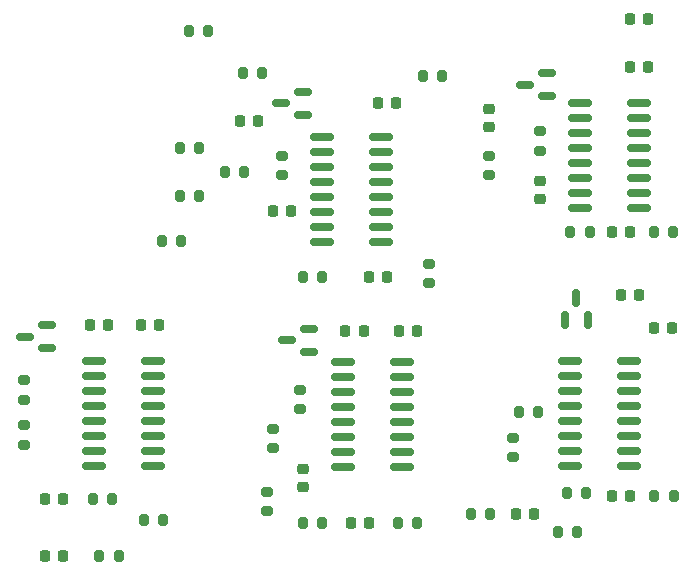
<source format=gbr>
%TF.GenerationSoftware,KiCad,Pcbnew,7.0.1-0*%
%TF.CreationDate,2023-09-14T23:18:32-07:00*%
%TF.ProjectId,HX-board,48582d62-6f61-4726-942e-6b696361645f,rev?*%
%TF.SameCoordinates,Original*%
%TF.FileFunction,Paste,Top*%
%TF.FilePolarity,Positive*%
%FSLAX46Y46*%
G04 Gerber Fmt 4.6, Leading zero omitted, Abs format (unit mm)*
G04 Created by KiCad (PCBNEW 7.0.1-0) date 2023-09-14 23:18:32*
%MOMM*%
%LPD*%
G01*
G04 APERTURE LIST*
G04 Aperture macros list*
%AMRoundRect*
0 Rectangle with rounded corners*
0 $1 Rounding radius*
0 $2 $3 $4 $5 $6 $7 $8 $9 X,Y pos of 4 corners*
0 Add a 4 corners polygon primitive as box body*
4,1,4,$2,$3,$4,$5,$6,$7,$8,$9,$2,$3,0*
0 Add four circle primitives for the rounded corners*
1,1,$1+$1,$2,$3*
1,1,$1+$1,$4,$5*
1,1,$1+$1,$6,$7*
1,1,$1+$1,$8,$9*
0 Add four rect primitives between the rounded corners*
20,1,$1+$1,$2,$3,$4,$5,0*
20,1,$1+$1,$4,$5,$6,$7,0*
20,1,$1+$1,$6,$7,$8,$9,0*
20,1,$1+$1,$8,$9,$2,$3,0*%
G04 Aperture macros list end*
%ADD10RoundRect,0.225000X0.225000X0.250000X-0.225000X0.250000X-0.225000X-0.250000X0.225000X-0.250000X0*%
%ADD11RoundRect,0.200000X-0.200000X-0.275000X0.200000X-0.275000X0.200000X0.275000X-0.200000X0.275000X0*%
%ADD12RoundRect,0.200000X0.200000X0.275000X-0.200000X0.275000X-0.200000X-0.275000X0.200000X-0.275000X0*%
%ADD13RoundRect,0.150000X0.587500X0.150000X-0.587500X0.150000X-0.587500X-0.150000X0.587500X-0.150000X0*%
%ADD14RoundRect,0.150000X-0.850000X-0.150000X0.850000X-0.150000X0.850000X0.150000X-0.850000X0.150000X0*%
%ADD15RoundRect,0.200000X0.275000X-0.200000X0.275000X0.200000X-0.275000X0.200000X-0.275000X-0.200000X0*%
%ADD16RoundRect,0.225000X-0.225000X-0.250000X0.225000X-0.250000X0.225000X0.250000X-0.225000X0.250000X0*%
%ADD17RoundRect,0.200000X-0.275000X0.200000X-0.275000X-0.200000X0.275000X-0.200000X0.275000X0.200000X0*%
%ADD18RoundRect,0.225000X-0.250000X0.225000X-0.250000X-0.225000X0.250000X-0.225000X0.250000X0.225000X0*%
%ADD19RoundRect,0.225000X0.250000X-0.225000X0.250000X0.225000X-0.250000X0.225000X-0.250000X-0.225000X0*%
%ADD20RoundRect,0.150000X0.150000X-0.587500X0.150000X0.587500X-0.150000X0.587500X-0.150000X-0.587500X0*%
G04 APERTURE END LIST*
D10*
%TO.C,C2*%
X161303000Y-102870000D03*
X159753000Y-102870000D03*
%TD*%
D11*
%TO.C,R20*%
X162547000Y-119888000D03*
X164197000Y-119888000D03*
%TD*%
D12*
%TO.C,R6*%
X156019000Y-122936000D03*
X154369000Y-122936000D03*
%TD*%
D13*
%TO.C,Q2*%
X133350000Y-107696000D03*
X133350000Y-105796000D03*
X131475000Y-106746000D03*
%TD*%
D11*
%TO.C,R23*%
X140844000Y-122174000D03*
X142494000Y-122174000D03*
%TD*%
D10*
%TO.C,C32*%
X139967000Y-101346000D03*
X138417000Y-101346000D03*
%TD*%
D14*
%TO.C,U2*%
X136184000Y-108585000D03*
X136184000Y-109855000D03*
X136184000Y-111125000D03*
X136184000Y-112395000D03*
X136184000Y-113665000D03*
X136184000Y-114935000D03*
X136184000Y-116205000D03*
X136184000Y-117475000D03*
X141184000Y-117475000D03*
X141184000Y-116205000D03*
X141184000Y-114935000D03*
X141184000Y-113665000D03*
X141184000Y-112395000D03*
X141184000Y-111125000D03*
X141184000Y-109855000D03*
X141184000Y-108585000D03*
%TD*%
D11*
%TO.C,R32*%
X162497000Y-97536000D03*
X164147000Y-97536000D03*
%TD*%
D15*
%TO.C,R21*%
X132588000Y-112585000D03*
X132588000Y-110935000D03*
%TD*%
%TO.C,R48*%
X143510000Y-101917000D03*
X143510000Y-100267000D03*
%TD*%
D11*
%TO.C,R7*%
X122365000Y-90424000D03*
X124015000Y-90424000D03*
%TD*%
D13*
%TO.C,Q4*%
X153513000Y-86040000D03*
X153513000Y-84140000D03*
X151638000Y-85090000D03*
%TD*%
D11*
%TO.C,R46*%
X126175000Y-92456000D03*
X127825000Y-92456000D03*
%TD*%
D16*
%TO.C,C12*%
X110985000Y-120142000D03*
X112535000Y-120142000D03*
%TD*%
D10*
%TO.C,C5*%
X137948000Y-105918000D03*
X136398000Y-105918000D03*
%TD*%
D11*
%TO.C,R1*%
X115557000Y-124968000D03*
X117207000Y-124968000D03*
%TD*%
D17*
%TO.C,R5*%
X129794000Y-119571000D03*
X129794000Y-121221000D03*
%TD*%
D11*
%TO.C,R13*%
X122365000Y-94488000D03*
X124015000Y-94488000D03*
%TD*%
D15*
%TO.C,R29*%
X152908000Y-90678000D03*
X152908000Y-89028000D03*
%TD*%
D10*
%TO.C,C10*%
X120663000Y-105410000D03*
X119113000Y-105410000D03*
%TD*%
D14*
%TO.C,U4*%
X156290000Y-86614000D03*
X156290000Y-87884000D03*
X156290000Y-89154000D03*
X156290000Y-90424000D03*
X156290000Y-91694000D03*
X156290000Y-92964000D03*
X156290000Y-94234000D03*
X156290000Y-95504000D03*
X161290000Y-95504000D03*
X161290000Y-94234000D03*
X161290000Y-92964000D03*
X161290000Y-91694000D03*
X161290000Y-90424000D03*
X161290000Y-89154000D03*
X161290000Y-87884000D03*
X161290000Y-86614000D03*
%TD*%
D15*
%TO.C,R45*%
X131064000Y-92773000D03*
X131064000Y-91123000D03*
%TD*%
D12*
%TO.C,R17*%
X152717000Y-112776000D03*
X151067000Y-112776000D03*
%TD*%
D15*
%TO.C,R26*%
X109220000Y-115570000D03*
X109220000Y-113920000D03*
%TD*%
D12*
%TO.C,R2*%
X148653000Y-121412000D03*
X147003000Y-121412000D03*
%TD*%
D10*
%TO.C,C29*%
X140729000Y-86614000D03*
X139179000Y-86614000D03*
%TD*%
D13*
%TO.C,Q8*%
X132842000Y-87630000D03*
X132842000Y-85730000D03*
X130967000Y-86680000D03*
%TD*%
D14*
%TO.C,U8*%
X134406000Y-89535000D03*
X134406000Y-90805000D03*
X134406000Y-92075000D03*
X134406000Y-93345000D03*
X134406000Y-94615000D03*
X134406000Y-95885000D03*
X134406000Y-97155000D03*
X134406000Y-98425000D03*
X139406000Y-98425000D03*
X139406000Y-97155000D03*
X139406000Y-95885000D03*
X139406000Y-94615000D03*
X139406000Y-93345000D03*
X139406000Y-92075000D03*
X139406000Y-90805000D03*
X139406000Y-89535000D03*
%TD*%
D10*
%TO.C,C1*%
X164097000Y-105664000D03*
X162547000Y-105664000D03*
%TD*%
D11*
%TO.C,R10*%
X123127000Y-80518000D03*
X124777000Y-80518000D03*
%TD*%
D15*
%TO.C,R22*%
X130302000Y-115887000D03*
X130302000Y-114237000D03*
%TD*%
D14*
%TO.C,U3*%
X115142000Y-108458000D03*
X115142000Y-109728000D03*
X115142000Y-110998000D03*
X115142000Y-112268000D03*
X115142000Y-113538000D03*
X115142000Y-114808000D03*
X115142000Y-116078000D03*
X115142000Y-117348000D03*
X120142000Y-117348000D03*
X120142000Y-116078000D03*
X120142000Y-114808000D03*
X120142000Y-113538000D03*
X120142000Y-112268000D03*
X120142000Y-110998000D03*
X120142000Y-109728000D03*
X120142000Y-108458000D03*
%TD*%
D12*
%TO.C,R16*%
X144589000Y-84328000D03*
X142939000Y-84328000D03*
%TD*%
D16*
%TO.C,C3*%
X150863000Y-121412000D03*
X152413000Y-121412000D03*
%TD*%
D18*
%TO.C,C14*%
X148590000Y-87122000D03*
X148590000Y-88672000D03*
%TD*%
D10*
%TO.C,C13*%
X162065000Y-83566000D03*
X160515000Y-83566000D03*
%TD*%
D13*
%TO.C,Q3*%
X111173500Y-107376000D03*
X111173500Y-105476000D03*
X109298500Y-106426000D03*
%TD*%
D15*
%TO.C,R30*%
X148590000Y-92773000D03*
X148590000Y-91123000D03*
%TD*%
D19*
%TO.C,C15*%
X152908000Y-94755000D03*
X152908000Y-93205000D03*
%TD*%
D11*
%TO.C,R4*%
X120841000Y-98298000D03*
X122491000Y-98298000D03*
%TD*%
D12*
%TO.C,R19*%
X156781000Y-119634000D03*
X155131000Y-119634000D03*
%TD*%
%TO.C,R47*%
X134429000Y-101346000D03*
X132779000Y-101346000D03*
%TD*%
%TO.C,R24*%
X134429000Y-122174000D03*
X132779000Y-122174000D03*
%TD*%
D15*
%TO.C,R18*%
X150622000Y-116649000D03*
X150622000Y-114999000D03*
%TD*%
D16*
%TO.C,C30*%
X127495000Y-88138000D03*
X129045000Y-88138000D03*
%TD*%
%TO.C,C31*%
X130289000Y-95758000D03*
X131839000Y-95758000D03*
%TD*%
D10*
%TO.C,C9*%
X116345000Y-105410000D03*
X114795000Y-105410000D03*
%TD*%
D16*
%TO.C,C11*%
X110972000Y-124968000D03*
X112522000Y-124968000D03*
%TD*%
D10*
%TO.C,C21*%
X162065000Y-79502000D03*
X160515000Y-79502000D03*
%TD*%
%TO.C,C6*%
X142507000Y-105918000D03*
X140957000Y-105918000D03*
%TD*%
D15*
%TO.C,R25*%
X109220000Y-111760000D03*
X109220000Y-110110000D03*
%TD*%
D11*
%TO.C,R27*%
X114999000Y-120142000D03*
X116649000Y-120142000D03*
%TD*%
%TO.C,R28*%
X119317000Y-121920000D03*
X120967000Y-121920000D03*
%TD*%
D10*
%TO.C,C4*%
X160541000Y-119888000D03*
X158991000Y-119888000D03*
%TD*%
%TO.C,C16*%
X160541000Y-97536000D03*
X158991000Y-97536000D03*
%TD*%
D12*
%TO.C,R31*%
X157098000Y-97536000D03*
X155448000Y-97536000D03*
%TD*%
D20*
%TO.C,Q1*%
X155006000Y-104999000D03*
X156906000Y-104999000D03*
X155956000Y-103124000D03*
%TD*%
D16*
%TO.C,C8*%
X136880000Y-122174000D03*
X138430000Y-122174000D03*
%TD*%
D11*
%TO.C,R14*%
X127699000Y-84074000D03*
X129349000Y-84074000D03*
%TD*%
D19*
%TO.C,C7*%
X132842000Y-119139000D03*
X132842000Y-117589000D03*
%TD*%
D14*
%TO.C,U1*%
X155448000Y-108458000D03*
X155448000Y-109728000D03*
X155448000Y-110998000D03*
X155448000Y-112268000D03*
X155448000Y-113538000D03*
X155448000Y-114808000D03*
X155448000Y-116078000D03*
X155448000Y-117348000D03*
X160448000Y-117348000D03*
X160448000Y-116078000D03*
X160448000Y-114808000D03*
X160448000Y-113538000D03*
X160448000Y-112268000D03*
X160448000Y-110998000D03*
X160448000Y-109728000D03*
X160448000Y-108458000D03*
%TD*%
M02*

</source>
